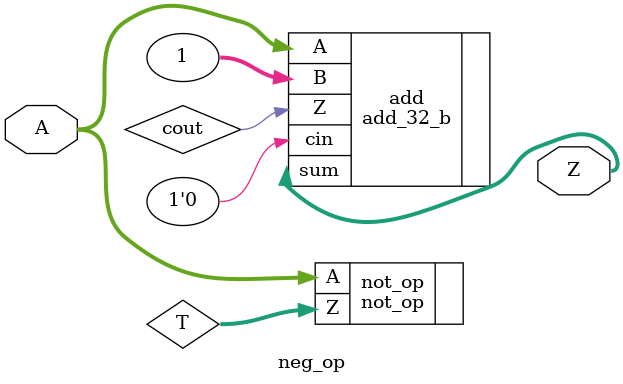
<source format=v>
module neg_op(
	input wire[31:0] A,
	output wire[31:0] Z
);

	wire[31:0] T;
	wire out;
	
	not_op not_op(.A(A), .Z(T));
	add_32_b add(.A(A), .B(32'd1), .cin(1'd0), .sum(Z), .Z(cout));
	
endmodule

</source>
